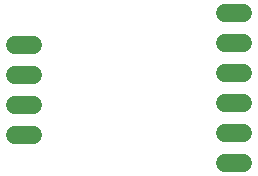
<source format=gbl>
G75*
G70*
%OFA0B0*%
%FSLAX24Y24*%
%IPPOS*%
%LPD*%
%AMOC8*
5,1,8,0,0,1.08239X$1,22.5*
%
%ADD10C,0.0600*%
D10*
X000851Y002011D02*
X001451Y002011D01*
X001451Y003011D02*
X000851Y003011D01*
X000851Y004011D02*
X001451Y004011D01*
X001451Y005011D02*
X000851Y005011D01*
X007851Y005101D02*
X008451Y005101D01*
X008451Y006101D02*
X007851Y006101D01*
X007851Y004101D02*
X008451Y004101D01*
X008451Y003101D02*
X007851Y003101D01*
X007851Y002101D02*
X008451Y002101D01*
X008451Y001101D02*
X007851Y001101D01*
M02*

</source>
